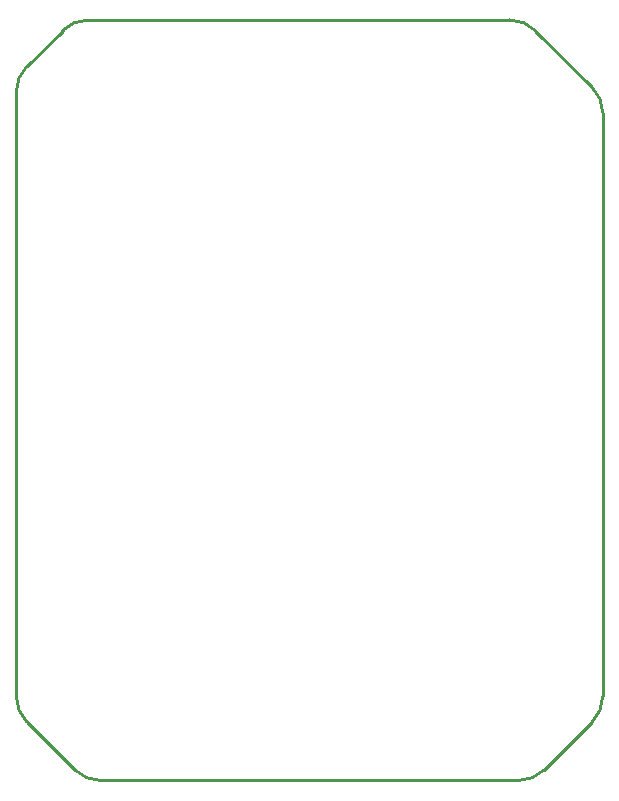
<source format=gko>
G04 Layer_Color=16711935*
%FSLAX25Y25*%
%MOIN*%
G70*
G01*
G75*
%ADD11C,0.01000*%
D11*
X173036Y249964D02*
G03*
X164500Y253500I-8535J-8535D01*
G01*
X195500Y222500D02*
G03*
X191964Y231035I-12071J0D01*
G01*
Y19465D02*
G03*
X195500Y28000I-8535J8535D01*
G01*
X167500Y0D02*
G03*
X176035Y3536I0J12071D01*
G01*
X19465D02*
G03*
X28000Y0I8535J8535D01*
G01*
X0Y28000D02*
G03*
X3536Y19465I12071J0D01*
G01*
Y238035D02*
G03*
X0Y229500I8535J-8535D01*
G01*
X24000Y253500D02*
G03*
X15464Y249964I0J-12071D01*
G01*
X92000Y253500D02*
X164500D01*
X173036Y249964D02*
X191964Y231035D01*
X195500Y28000D02*
Y222500D01*
X176035Y3536D02*
X191964Y19465D01*
X28000Y0D02*
X167500D01*
X3536Y19465D02*
X19465Y3536D01*
X0Y28000D02*
Y229500D01*
X3536Y238035D02*
X15464Y249964D01*
X24000Y253500D02*
X92000D01*
M02*

</source>
